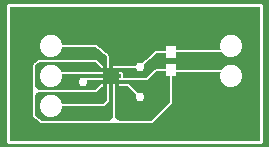
<source format=gbr>
G04 EAGLE Gerber RS-274X export*
G75*
%MOMM*%
%FSLAX34Y34*%
%LPD*%
%INTop Copper*%
%IPNEG*%
%AMOC8*
5,1,8,0,0,1.08239X$1,22.5*%
G01*
%ADD10C,1.879600*%
%ADD11R,0.900000X1.050000*%
%ADD12R,0.275000X0.250000*%
%ADD13R,0.250000X0.275000*%
%ADD14C,0.200000*%
%ADD15C,0.756400*%
%ADD16C,0.152400*%
%ADD17C,0.254000*%

G36*
X91448Y16012D02*
X91448Y16012D01*
X91457Y16011D01*
X91545Y16032D01*
X91635Y16050D01*
X91642Y16055D01*
X91650Y16057D01*
X91723Y16111D01*
X91799Y16163D01*
X91803Y16170D01*
X91810Y16175D01*
X91857Y16253D01*
X91906Y16330D01*
X91907Y16339D01*
X91912Y16346D01*
X91939Y16510D01*
X91939Y19050D01*
X91937Y19062D01*
X91939Y19075D01*
X91917Y19159D01*
X91900Y19245D01*
X91893Y19255D01*
X91889Y19267D01*
X91793Y19403D01*
X90523Y20673D01*
X90472Y20707D01*
X90426Y20748D01*
X90390Y20761D01*
X90357Y20783D01*
X90297Y20794D01*
X90239Y20814D01*
X90194Y20813D01*
X90162Y20819D01*
X90125Y20811D01*
X90073Y20810D01*
X90008Y20797D01*
X89994Y20791D01*
X89979Y20790D01*
X89828Y20722D01*
X89772Y20685D01*
X89762Y20675D01*
X89749Y20669D01*
X89635Y20548D01*
X89598Y20492D01*
X89592Y20479D01*
X89582Y20468D01*
X89523Y20312D01*
X89510Y20247D01*
X89510Y20217D01*
X87277Y17983D01*
X87270Y17972D01*
X87260Y17965D01*
X87216Y17890D01*
X87167Y17817D01*
X87165Y17805D01*
X87158Y17794D01*
X87131Y17630D01*
X87131Y16510D01*
X87132Y16502D01*
X87131Y16493D01*
X87152Y16405D01*
X87170Y16315D01*
X87175Y16308D01*
X87177Y16300D01*
X87231Y16227D01*
X87283Y16151D01*
X87290Y16147D01*
X87295Y16140D01*
X87373Y16093D01*
X87450Y16044D01*
X87459Y16043D01*
X87466Y16038D01*
X87630Y16011D01*
X91440Y16011D01*
X91448Y16012D01*
G37*
D10*
X189230Y55880D03*
X189230Y81280D03*
X36830Y30480D03*
X36830Y55880D03*
X36830Y81280D03*
D11*
X138430Y76580D03*
X138430Y60580D03*
D12*
X80005Y63380D03*
X80005Y58380D03*
X80005Y53380D03*
X80005Y48380D03*
D13*
X85130Y48255D03*
X90130Y48255D03*
D12*
X95255Y48380D03*
X95255Y53380D03*
X95255Y58380D03*
X95255Y63380D03*
D13*
X90130Y63505D03*
X85130Y63505D03*
D14*
X85090Y72390D01*
X74930Y81280D01*
X36830Y81280D01*
X38862Y58420D02*
X79502Y58420D01*
X38862Y58420D02*
X37338Y56896D01*
X79502Y58420D02*
X80005Y58380D01*
X37338Y56896D02*
X36830Y55880D01*
X96266Y53848D02*
X96266Y58420D01*
X96266Y53848D02*
X95255Y53380D01*
X95255Y58380D02*
X96266Y58420D01*
X137078Y58420D02*
X138430Y60580D01*
X90130Y48255D02*
X90170Y47752D01*
X80005Y48380D02*
X79502Y47752D01*
X138938Y59944D02*
X185674Y59944D01*
X188722Y56896D01*
X138938Y59944D02*
X138430Y60580D01*
X188722Y56896D02*
X189230Y55880D01*
X138430Y60580D02*
X138430Y50800D01*
X118150Y53380D02*
X95255Y53380D01*
X125350Y60580D02*
X138430Y60580D01*
X125350Y60580D02*
X118150Y53380D01*
X90130Y48255D02*
X90130Y36870D01*
X121920Y16510D02*
X138430Y33020D01*
X138430Y60580D01*
X80005Y48380D02*
X74805Y43180D01*
X25400Y43180D01*
X22352Y46228D01*
X22352Y64770D01*
X26162Y68580D01*
X74805Y68580D02*
X80005Y63380D01*
X74805Y68580D02*
X26162Y68580D01*
X25400Y43180D02*
X24765Y42545D01*
X24130Y41910D01*
X22352Y40132D01*
X22352Y22098D02*
X27940Y16510D01*
X22352Y22098D02*
X22352Y40132D01*
X27940Y16510D02*
X86360Y16510D01*
X22352Y40132D02*
X22352Y43688D01*
X22352Y44958D02*
X22352Y46228D01*
X22352Y44958D02*
X24765Y42545D01*
X22352Y43688D02*
X22352Y44958D01*
X22352Y43688D02*
X24130Y41910D01*
X90130Y48255D02*
X90130Y20280D01*
X86360Y16510D01*
X93900Y16510D01*
X95000Y16510D02*
X121920Y16510D01*
X93900Y16510D02*
X90130Y20280D01*
X93900Y16510D02*
X95000Y16510D01*
X189230Y81280D02*
X190246Y81280D01*
X184150Y76708D02*
X138938Y76708D01*
X184150Y76708D02*
X188722Y81280D01*
X138938Y76708D02*
X138430Y76580D01*
X188722Y81280D02*
X189230Y81280D01*
D15*
X111760Y38100D03*
X111760Y63500D03*
D14*
X111760Y63380D02*
X95255Y63380D01*
X111760Y63380D02*
X111760Y63500D01*
X124960Y76580D02*
X138430Y76580D01*
X124960Y76580D02*
X111760Y63380D01*
X101480Y48380D02*
X95255Y48380D01*
X101480Y48380D02*
X111760Y38100D01*
D15*
X63500Y50800D03*
D14*
X66080Y53380D01*
X80005Y53380D01*
D16*
X90130Y63505D02*
X90132Y63485D01*
X90136Y63466D01*
X90144Y63448D01*
X90154Y63432D01*
X90167Y63417D01*
X90182Y63404D01*
X90198Y63394D01*
X90216Y63386D01*
X90235Y63382D01*
X90255Y63380D01*
D14*
X90235Y63382D01*
X90216Y63386D01*
X90198Y63394D01*
X90182Y63404D01*
X90167Y63417D01*
X90154Y63432D01*
X90144Y63448D01*
X90136Y63466D01*
X90132Y63485D01*
X90130Y63505D01*
X90255Y63380D02*
X95255Y63380D01*
X81026Y30988D02*
X37338Y30988D01*
X36830Y30480D01*
X85000Y48125D02*
X85002Y48145D01*
X85006Y48165D01*
X85014Y48184D01*
X85025Y48201D01*
X85038Y48217D01*
X85054Y48230D01*
X85071Y48241D01*
X85090Y48249D01*
X85110Y48253D01*
X85130Y48255D01*
X85000Y34962D02*
X81026Y30988D01*
X85000Y34962D02*
X85000Y48125D01*
D17*
X0Y0D02*
X214430Y0D01*
X214430Y116080D01*
X0Y116080D01*
X0Y0D01*
M02*

</source>
